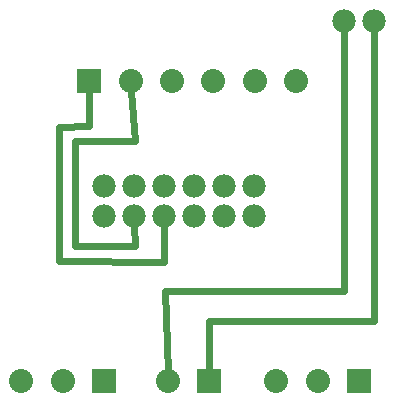
<source format=gtl>
G04 MADE WITH FRITZING*
G04 WWW.FRITZING.ORG*
G04 DOUBLE SIDED*
G04 HOLES PLATED*
G04 CONTOUR ON CENTER OF CONTOUR VECTOR*
%ASAXBY*%
%FSLAX23Y23*%
%MOIN*%
%OFA0B0*%
%SFA1.0B1.0*%
%ADD10C,0.078000*%
%ADD11C,0.080000*%
%ADD12R,0.080000X0.080000*%
%ADD13C,0.024000*%
%LNCOPPER1*%
G90*
G70*
G54D10*
X1254Y1519D03*
X1354Y1519D03*
G54D11*
X804Y319D03*
X666Y319D03*
G54D10*
X454Y869D03*
X554Y869D03*
X654Y869D03*
X754Y869D03*
X854Y869D03*
X954Y869D03*
X454Y869D03*
X554Y869D03*
X654Y869D03*
X754Y869D03*
X854Y869D03*
X954Y869D03*
X954Y969D03*
X854Y969D03*
X754Y969D03*
X654Y969D03*
X554Y969D03*
X454Y969D03*
G54D11*
X454Y319D03*
X316Y319D03*
X178Y319D03*
X1304Y319D03*
X1166Y319D03*
X1028Y319D03*
X404Y1319D03*
X542Y1319D03*
X679Y1319D03*
X817Y1319D03*
X955Y1319D03*
X1093Y1319D03*
G54D12*
X804Y319D03*
X454Y319D03*
X1304Y319D03*
X404Y1319D03*
G54D13*
X1253Y619D02*
X1254Y1489D01*
D02*
X665Y351D02*
X655Y619D01*
D02*
X655Y619D02*
X1253Y619D01*
D02*
X1353Y519D02*
X1354Y1489D01*
D02*
X804Y351D02*
X803Y519D01*
D02*
X803Y519D02*
X1353Y519D01*
D02*
X555Y769D02*
X554Y839D01*
D02*
X355Y769D02*
X555Y769D01*
D02*
X355Y1119D02*
X355Y769D01*
D02*
X555Y1119D02*
X355Y1119D01*
D02*
X544Y1288D02*
X555Y1119D01*
D02*
X654Y718D02*
X654Y839D01*
D02*
X303Y719D02*
X654Y718D01*
D02*
X303Y1168D02*
X303Y719D01*
D02*
X403Y1169D02*
X303Y1168D01*
D02*
X404Y1288D02*
X403Y1169D01*
G04 End of Copper1*
M02*
</source>
